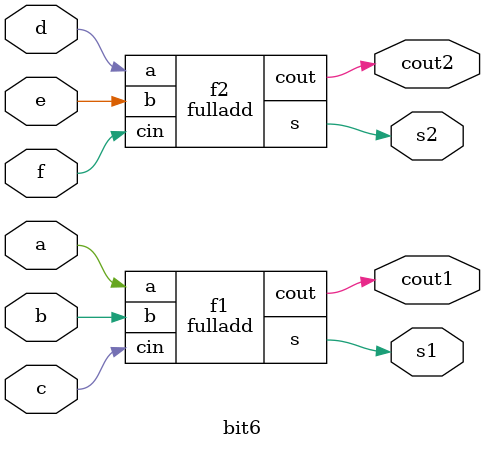
<source format=v>
module fulladd(a,b,cin,s,cout);
input a,b,cin;
output s,cout;
assign s = (a^b^cin);
assign cout = ((a&b)|(b&cin)|(cin&a));
endmodule

module bit6(a,b,c,d,e,f,s1,s2,cout1,cout2);
input a,b,c,d,e,f;
output s1,s2,cout1,cout2;
fulladd f1(a,b,c,s1,cout1);
fulladd f2(d,e,f,s2,cout2);
endmodule

</source>
